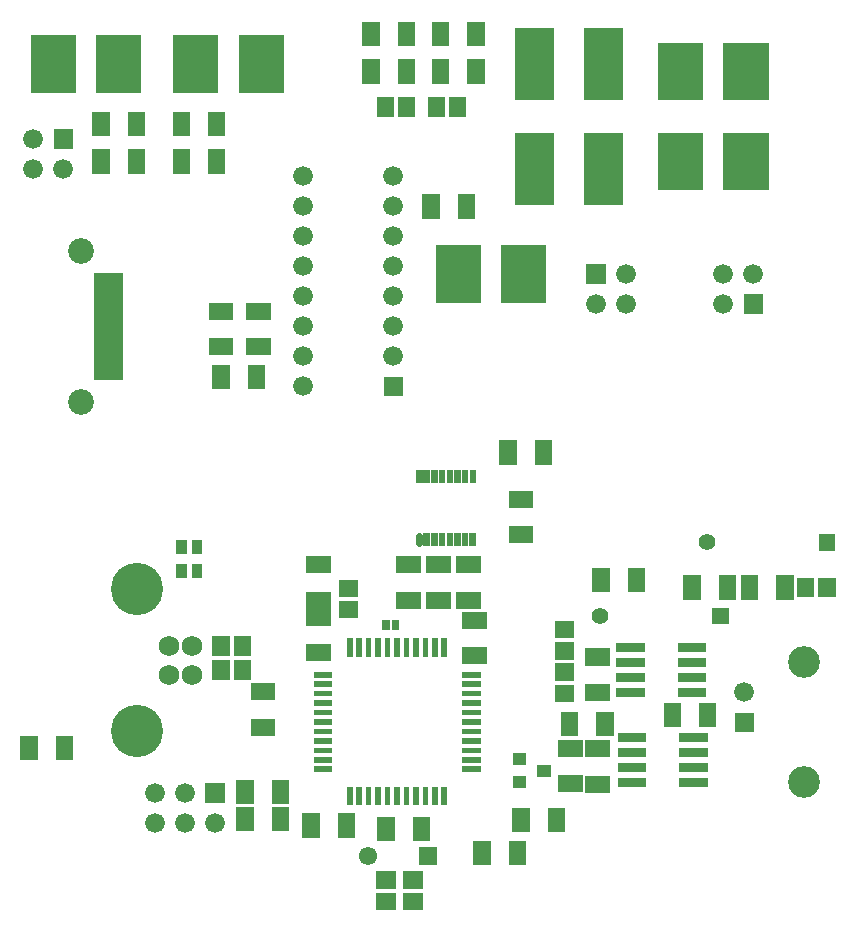
<source format=gbr>
G04 start of page 6 for group -4063 idx -4063 *
G04 Title: (unknown), componentmask *
G04 Creator: pcb 1.99z *
G04 CreationDate: Tue 15 Oct 2013 04:03:47 AM GMT UTC *
G04 For: commonadmin *
G04 Format: Gerber/RS-274X *
G04 PCB-Dimensions: 600000 500000 *
G04 PCB-Coordinate-Origin: lower left *
%MOIN*%
%FSLAX25Y25*%
%LNTOPMASK*%
%ADD90R,0.0300X0.0300*%
%ADD89R,0.0400X0.0400*%
%ADD88R,0.0550X0.0550*%
%ADD87R,0.0355X0.0355*%
%ADD86R,0.1290X0.1290*%
%ADD85R,0.0257X0.0257*%
%ADD84R,0.1510X0.1510*%
%ADD83R,0.0220X0.0220*%
%ADD82C,0.0220*%
%ADD81R,0.0187X0.0187*%
%ADD80R,0.0572X0.0572*%
%ADD79C,0.0860*%
%ADD78C,0.0610*%
%ADD77C,0.1740*%
%ADD76C,0.0680*%
%ADD75C,0.1060*%
%ADD74C,0.0660*%
%ADD73C,0.0560*%
%ADD72C,0.0001*%
G54D72*G36*
X346086Y163044D02*Y157444D01*
X351686D01*
Y163044D01*
X346086D01*
G37*
G54D73*X308886Y160244D03*
G54D72*G36*
X353586Y128044D02*Y121444D01*
X360186D01*
Y128044D01*
X353586D01*
G37*
G54D74*X356886Y134744D03*
G54D75*X376886Y144744D03*
Y104744D03*
G54D72*G36*
X381586Y187544D02*Y181944D01*
X387186D01*
Y187544D01*
X381586D01*
G37*
G54D73*X344386Y184744D03*
G54D72*G36*
X248336Y83194D02*Y77094D01*
X254436D01*
Y83194D01*
X248336D01*
G37*
G54D76*X165086Y140544D03*
Y150344D03*
X172886D03*
Y140544D03*
G54D77*X154386Y121744D03*
Y169144D03*
G54D78*X231386Y80144D03*
G54D72*G36*
X177086Y104444D02*Y97844D01*
X183686D01*
Y104444D01*
X177086D01*
G37*
G54D74*X180386Y91144D03*
X170386D03*
X160386D03*
X170386Y101144D03*
X160386D03*
G54D79*X135686Y281744D03*
Y231544D03*
G54D72*G36*
X126586Y322544D02*Y315944D01*
X133186D01*
Y322544D01*
X126586D01*
G37*
G54D74*X119886Y319244D03*
Y309244D03*
X129886D03*
G54D72*G36*
X236586Y240044D02*Y233444D01*
X243186D01*
Y240044D01*
X236586D01*
G37*
G54D74*X239886Y246744D03*
Y256744D03*
Y266744D03*
Y276744D03*
Y286744D03*
Y296744D03*
Y306744D03*
X209886D03*
Y296744D03*
Y286744D03*
Y276744D03*
Y266744D03*
Y256744D03*
Y246744D03*
Y236744D03*
G54D72*G36*
X304086Y277544D02*Y270944D01*
X310686D01*
Y277544D01*
X304086D01*
G37*
G54D74*X307386Y264244D03*
X317386D03*
Y274244D03*
G54D72*G36*
X356586Y267544D02*Y260944D01*
X363186D01*
Y267544D01*
X356586D01*
G37*
G54D74*X359886Y274244D03*
X349886D03*
Y264244D03*
G54D80*X212391Y91550D02*Y89188D01*
X224201Y91550D02*Y89188D01*
X236993Y65144D02*X237779D01*
X236993Y72230D02*X237779D01*
X237386Y90325D02*Y87963D01*
G54D81*X225323Y102420D02*Y97994D01*
X228472Y102420D02*Y97994D01*
X231622Y102420D02*Y97994D01*
X234771Y102420D02*Y97994D01*
X237921Y102420D02*Y97994D01*
X241071Y102420D02*Y97994D01*
G54D80*X269386Y82325D02*Y79963D01*
X281196Y82325D02*Y79963D01*
X245993Y65144D02*X246779D01*
X245993Y72230D02*X246779D01*
X249196Y90325D02*Y87963D01*
G54D81*X244220Y102420D02*Y97994D01*
X247370Y102420D02*Y97994D01*
X250519Y102420D02*Y97994D01*
X253669Y102420D02*Y97994D01*
X256819Y102420D02*Y97994D01*
G54D80*X282386Y93425D02*Y91063D01*
X294196Y93425D02*Y91063D01*
G54D82*X248386Y186744D02*Y184544D01*
G54D83*X250986Y186744D02*Y184544D01*
X253486Y186744D02*Y184544D01*
X256086Y186744D02*Y184544D01*
G54D80*X253705Y165434D02*X256067D01*
X253705Y177244D02*X256067D01*
G54D83*X258686Y186744D02*Y184544D01*
X261186Y186744D02*Y184544D01*
G54D80*X264196Y297925D02*Y295563D01*
G54D84*X261486Y276244D02*Y272244D01*
G54D83*X263786Y186744D02*Y184544D01*
X266286Y186744D02*Y184544D01*
G54D80*X263705Y165434D02*X266067D01*
X263705Y177244D02*X266067D01*
X265705Y158744D02*X268067D01*
G54D81*X256819Y151790D02*Y147364D01*
X253670Y151790D02*Y147364D01*
X250520Y151790D02*Y147364D01*
G54D83*X266386Y207944D02*Y205744D01*
X263786Y207944D02*Y205744D01*
X261286Y207944D02*Y205744D01*
X258686Y207944D02*Y205744D01*
X256086Y207944D02*Y205744D01*
X253586Y207944D02*Y205744D01*
X250986Y207944D02*Y205744D01*
X248486Y207944D02*Y205744D01*
G54D80*X281205Y199054D02*X283567D01*
X281205Y187244D02*X283567D01*
X289886Y215925D02*Y213563D01*
X278076Y215925D02*Y213563D01*
G54D84*X283286Y276244D02*Y272244D01*
G54D85*X237386Y157637D02*Y156851D01*
X240534Y157637D02*Y156851D01*
G54D80*X243705Y165434D02*X246067D01*
X243705Y177244D02*X246067D01*
G54D81*X247371Y151790D02*Y147364D01*
X244221Y151790D02*Y147364D01*
X241071Y151790D02*Y147364D01*
X237922Y151790D02*Y147364D01*
X234772Y151790D02*Y147364D01*
X231623Y151790D02*Y147364D01*
X228473Y151790D02*Y147364D01*
G54D80*X252386Y297925D02*Y295563D01*
G54D86*X309886Y314844D02*Y303644D01*
X286886Y314844D02*Y303644D01*
G54D84*X335586Y313744D02*Y309744D01*
X357386Y313744D02*Y309744D01*
G54D80*X267386Y342925D02*Y340563D01*
G54D86*X309886Y349844D02*Y338644D01*
X286886Y349844D02*Y338644D01*
G54D84*X335586Y343744D02*Y339744D01*
X357386Y343744D02*Y339744D01*
G54D80*X267386Y355425D02*Y353063D01*
X255576Y342925D02*Y340563D01*
Y355425D02*Y353063D01*
X244196Y355425D02*Y353063D01*
X232386Y355425D02*Y353063D01*
X244196Y342925D02*Y340563D01*
X232386Y342925D02*Y340563D01*
X244196Y330327D02*Y329541D01*
X237110Y330327D02*Y329541D01*
X261282Y330327D02*Y329541D01*
X254196Y330327D02*Y329541D01*
G54D87*X174386Y175636D02*Y174652D01*
X169268Y175636D02*Y174652D01*
Y183636D02*Y182652D01*
X174386Y183636D02*Y182652D01*
G54D80*X190386Y102625D02*Y100263D01*
X202196Y102625D02*Y100263D01*
X190386Y93625D02*Y91263D01*
X202196Y93625D02*Y91263D01*
X195205Y134954D02*X197567D01*
X195205Y123144D02*X197567D01*
X182386Y142537D02*Y141751D01*
X189472Y142537D02*Y141751D01*
X182386Y150537D02*Y149751D01*
X189472Y150537D02*Y149751D01*
G54D81*X214173Y137491D02*X218599D01*
X214173Y134341D02*X218599D01*
X214173Y131192D02*X218599D01*
X214173Y128042D02*X218599D01*
X214173Y124892D02*X218599D01*
X214173Y121743D02*X218599D01*
X214173Y118593D02*X218599D01*
X214173Y115444D02*X218599D01*
X214173Y112294D02*X218599D01*
X214173Y109144D02*X218599D01*
G54D80*X118386Y117325D02*Y114963D01*
X130196Y117325D02*Y114963D01*
X224493Y162244D02*X225279D01*
X224493Y169330D02*X225279D01*
X213705Y165434D02*X216067D01*
X213705Y177244D02*X216067D01*
X213705Y147934D02*X216067D01*
G54D81*X214173Y140640D02*X218599D01*
G54D80*X213705Y159744D02*X216067D01*
G54D81*X225323Y151790D02*Y147364D01*
G54D88*X142836Y241644D02*X147136D01*
X142836Y246644D02*X147136D01*
X142836Y251644D02*X147136D01*
X142836Y256644D02*X147136D01*
X142836Y261644D02*X147136D01*
G54D80*X181205Y261744D02*X183567D01*
X193705D02*X196067D01*
G54D88*X142836Y266644D02*X147136D01*
X142836Y271644D02*X147136D01*
G54D80*X182386Y241115D02*Y238753D01*
X194196Y241115D02*Y238753D01*
X181205Y249934D02*X183567D01*
X193705D02*X196067D01*
X181006Y325425D02*Y323063D01*
X169196Y325425D02*Y323063D01*
Y312925D02*Y310563D01*
X181006Y312925D02*Y310563D01*
X154196Y325425D02*Y323063D01*
X142386Y325425D02*Y323063D01*
Y312925D02*Y310563D01*
X154196Y312925D02*Y310563D01*
G54D84*X173986Y346244D02*Y342244D01*
X195786Y346244D02*Y342244D01*
X126486Y346244D02*Y342244D01*
X148286Y346244D02*Y342244D01*
G54D81*X263543Y109144D02*X267969D01*
X263543Y112293D02*X267969D01*
X263543Y115443D02*X267969D01*
X263543Y131191D02*X267969D01*
X263543Y134340D02*X267969D01*
X263543Y137490D02*X267969D01*
X263543Y140640D02*X267969D01*
G54D80*X265705Y146934D02*X268067D01*
G54D81*X263543Y118592D02*X267969D01*
X263543Y121742D02*X267969D01*
X263543Y124892D02*X267969D01*
X263543Y128041D02*X267969D01*
G54D80*X310371Y125299D02*Y122937D01*
X298561Y125299D02*Y122937D01*
X306689Y104118D02*X309051D01*
X306689Y115928D02*X309051D01*
X297705Y116054D02*X300067D01*
X297705Y104244D02*X300067D01*
X306705Y134744D02*X309067D01*
X296493Y134468D02*X297279D01*
X296493Y141554D02*X297279D01*
G54D89*X281586Y112544D02*X282186D01*
X281586Y104744D02*X282186D01*
X289786Y108644D02*X290386D01*
G54D80*X306705Y146554D02*X309067D01*
X296493Y148554D02*X297279D01*
X296493Y155640D02*X297279D01*
G54D90*X315636Y149744D02*X322136D01*
X315636Y144744D02*X322136D01*
G54D80*X320886Y173425D02*Y171063D01*
X309076Y173425D02*Y171063D01*
G54D90*X315636Y139744D02*X322136D01*
X336136D02*X342636D01*
X336136Y144744D02*X342636D01*
X336136Y149744D02*X342636D01*
G54D80*X339386Y170925D02*Y168563D01*
X351196Y170925D02*Y168563D01*
X358575Y170925D02*Y168563D01*
X370385Y170925D02*Y168563D01*
X377300Y170137D02*Y169351D01*
X384386Y170137D02*Y169351D01*
X332886Y128425D02*Y126063D01*
G54D90*X316136Y119744D02*X322636D01*
G54D80*X344696Y128425D02*Y126063D01*
G54D90*X315636Y134744D02*X322136D01*
X336136D02*X342636D01*
X316136Y114744D02*X322636D01*
X316136Y109744D02*X322636D01*
X316136Y104744D02*X322636D01*
X336636D02*X343136D01*
X336636Y109744D02*X343136D01*
X336636Y114744D02*X343136D01*
X336636Y119744D02*X343136D01*
M02*

</source>
